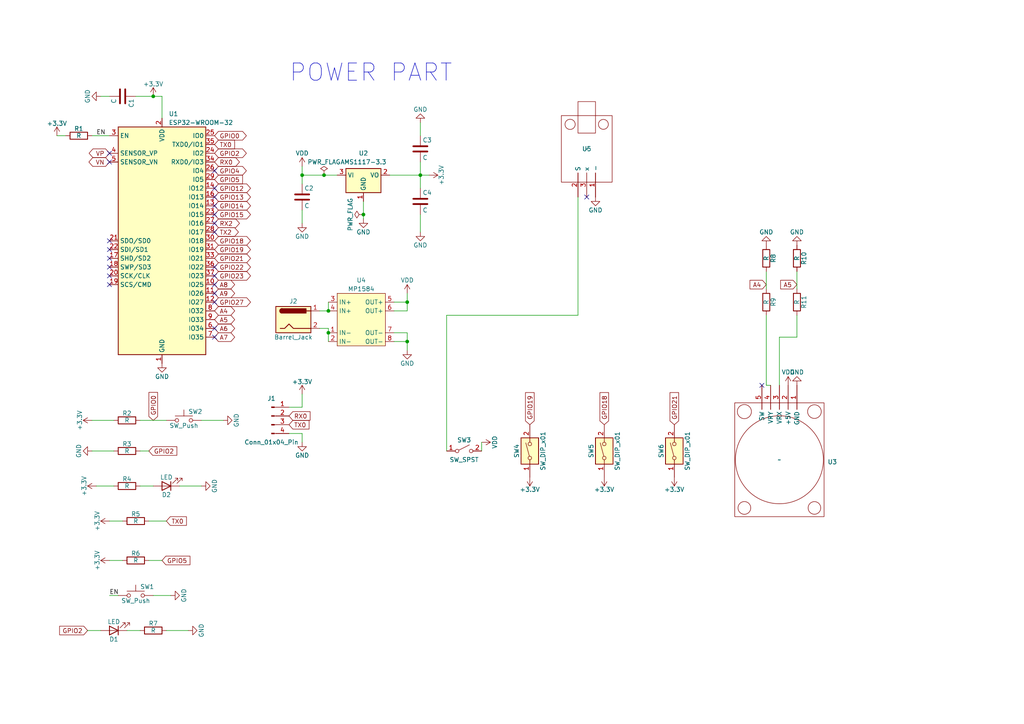
<source format=kicad_sch>
(kicad_sch (version 20230121) (generator eeschema)
  (paper "A4")
  (lib_symbols
    (symbol "Connector:Barrel_Jack" (pin_names (offset 1.016))
      (property "Reference" "J" (at 0 5.334 0))
      (property "Value" "Barrel_Jack" (at 0 -5.08 0))
      (symbol "Barrel_Jack_0_1"
        (rectangle (start -5.08 3.81) (end 5.08 -3.81) (stroke (width 0.254)) (fill (type background)))
        (arc (start -3.302 3.175) (mid -3.9343 2.54) (end -3.302 1.905) (stroke (width 0.254)))
        (arc (start -3.302 3.175) (mid -3.9343 2.54) (end -3.302 1.905) (stroke (width 0.254)) (fill (type outline)))
        (polyline (pts (xy 5.08 2.54) (xy 3.81 2.54)) (stroke (width 0.254)))
        (polyline (pts (xy -3.81 -2.54) (xy -2.54 -2.54) (xy -1.27 -1.27) (xy 0 -2.54) (xy 2.54 -2.54) (xy 5.08 -2.54)) (stroke (width 0.254)))
        (rectangle (start 3.683 3.175) (end -3.302 1.905) (stroke (width 0.254)) (fill (type outline)))
      )
      (symbol "Barrel_Jack_1_1"
        (pin passive line (at 7.62 2.54 180) (length 2.54) (name "~") (number "1"))
        (pin passive line (at 7.62 -2.54 180) (length 2.54) (name "~") (number "2"))
      )
    )
    (symbol "Connector:Conn_01x04_Pin" (pin_names (offset 1.016) hide)
      (property "Reference" "J" (at 0 5.08 0))
      (property "Value" "Conn_01x04_Pin" (at 0 -7.62 0))
      (symbol "Conn_01x04_Pin_1_1"
        (polyline (pts (xy 1.27 -5.08) (xy 0.8636 -5.08)) (stroke (width 0.1524)))
        (polyline (pts (xy 1.27 -2.54) (xy 0.8636 -2.54)) (stroke (width 0.1524)))
        (polyline (pts (xy 1.27 0) (xy 0.8636 0)) (stroke (width 0.1524)))
        (polyline (pts (xy 1.27 2.54) (xy 0.8636 2.54)) (stroke (width 0.1524)))
        (rectangle (start 0.8636 -4.953) (end 0 -5.207) (stroke (width 0.1524)) (fill (type outline)))
        (rectangle (start 0.8636 -2.413) (end 0 -2.667) (stroke (width 0.1524)) (fill (type outline)))
        (rectangle (start 0.8636 0.127) (end 0 -0.127) (stroke (width 0.1524)) (fill (type outline)))
        (rectangle (start 0.8636 2.667) (end 0 2.413) (stroke (width 0.1524)) (fill (type outline)))
        (pin passive line (at 5.08 2.54 180) (length 3.81) (name "Pin_1") (number "1"))
        (pin passive line (at 5.08 0 180) (length 3.81) (name "Pin_2") (number "2"))
        (pin passive line (at 5.08 -2.54 180) (length 3.81) (name "Pin_3") (number "3"))
        (pin passive line (at 5.08 -5.08 180) (length 3.81) (name "Pin_4") (number "4"))
      )
    )
    (symbol "Device:C" (pin_numbers hide) (pin_names (offset 0.254))
      (property "Reference" "C" (at 0.635 2.54 0))
      (property "Value" "C" (at 0.635 -2.54 0))
      (symbol "C_0_1"
        (polyline (pts (xy -2.032 -0.762) (xy 2.032 -0.762)) (stroke (width 0.508)))
        (polyline (pts (xy -2.032 0.762) (xy 2.032 0.762)) (stroke (width 0.508)))
      )
      (symbol "C_1_1"
        (pin passive line (at 0 3.81 270) (length 2.794) (name "~") (number "1"))
        (pin passive line (at 0 -3.81 90) (length 2.794) (name "~") (number "2"))
      )
    )
    (symbol "Device:LED" (pin_numbers hide) (pin_names (offset 1.016) hide)
      (property "Reference" "D" (at 0 2.54 0))
      (property "Value" "LED" (at 0 -2.54 0))
      (symbol "LED_0_1"
        (polyline (pts (xy -1.27 -1.27) (xy -1.27 1.27)) (stroke (width 0.254)))
        (polyline (pts (xy -1.27 0) (xy 1.27 0)))
        (polyline (pts (xy 1.27 -1.27) (xy 1.27 1.27) (xy -1.27 0) (xy 1.27 -1.27)) (stroke (width 0.254)))
        (polyline (pts (xy -3.048 -0.762) (xy -4.572 -2.286) (xy -3.81 -2.286) (xy -4.572 -2.286) (xy -4.572 -1.524)))
        (polyline (pts (xy -1.778 -0.762) (xy -3.302 -2.286) (xy -2.54 -2.286) (xy -3.302 -2.286) (xy -3.302 -1.524)))
      )
      (symbol "LED_1_1"
        (pin passive line (at -3.81 0 0) (length 2.54) (name "K") (number "1"))
        (pin passive line (at 3.81 0 180) (length 2.54) (name "A") (number "2"))
      )
    )
    (symbol "Device:R" (pin_numbers hide) (pin_names (offset 0))
      (property "Reference" "R" (at 2.032 0 90))
      (property "Value" "R" (at 0 0 90))
      (symbol "R_0_1"
        (rectangle (start -1.016 -2.54) (end 1.016 2.54) (stroke (width 0.254)))
      )
      (symbol "R_1_1"
        (pin passive line (at 0 3.81 270) (length 1.27) (name "~") (number "1"))
        (pin passive line (at 0 -3.81 90) (length 1.27) (name "~") (number "2"))
      )
    )
    (symbol "Lib:MP1584"
      (property "Reference" "U" (at 0 2.54 0))
      (property "Value" "MP1584" (at 2.54 5.08 0))
      (symbol "MP1584_1_1"
        (rectangle (start -3.81 1.27) (end 10.16 -13.97) (fill (type background)))
        (pin input line (at -6.35 -10.16 0) (length 2.54) (name "IN-") (number "1"))
        (pin input line (at -6.35 -12.7 0) (length 2.54) (name "IN-") (number "2"))
        (pin input line (at -6.35 -1.27 0) (length 2.54) (name "IN+") (number "3"))
        (pin input line (at -6.35 -3.81 0) (length 2.54) (name "IN+") (number "4"))
        (pin input line (at 12.7 -1.27 180) (length 2.54) (name "OUT+") (number "5"))
        (pin input line (at 12.7 -3.81 180) (length 2.54) (name "OUT+") (number "6"))
        (pin input line (at 12.7 -10.16 180) (length 2.54) (name "OUT-") (number "7"))
        (pin input line (at 12.7 -12.7 180) (length 2.54) (name "OUT-") (number "8"))
      )
    )
    (symbol "RF_Module:ESP32-WROOM-32"
      (property "Reference" "U" (at -12.7 34.29 0))
      (property "Value" "ESP32-WROOM-32" (at 1.27 34.29 0))
      (symbol "ESP32-WROOM-32_0_1"
        (rectangle (start -12.7 33.02) (end 12.7 -33.02) (stroke (width 0.254)) (fill (type background)))
      )
      (symbol "ESP32-WROOM-32_1_1"
        (pin power_in line (at 0 -35.56 90) (length 2.54) (name "GND") (number "1"))
        (pin bidirectional line (at 15.24 -12.7 180) (length 2.54) (name "IO25") (number "10"))
        (pin bidirectional line (at 15.24 -15.24 180) (length 2.54) (name "IO26") (number "11"))
        (pin bidirectional line (at 15.24 -17.78 180) (length 2.54) (name "IO27") (number "12"))
        (pin bidirectional line (at 15.24 10.16 180) (length 2.54) (name "IO14") (number "13"))
        (pin bidirectional line (at 15.24 15.24 180) (length 2.54) (name "IO12") (number "14"))
        (pin passive line (at 0 -35.56 90) (length 2.54) hide (name "GND") (number "15"))
        (pin bidirectional line (at 15.24 12.7 180) (length 2.54) (name "IO13") (number "16"))
        (pin bidirectional line (at -15.24 -5.08 0) (length 2.54) (name "SHD/SD2") (number "17"))
        (pin bidirectional line (at -15.24 -7.62 0) (length 2.54) (name "SWP/SD3") (number "18"))
        (pin bidirectional line (at -15.24 -12.7 0) (length 2.54) (name "SCS/CMD") (number "19"))
        (pin power_in line (at 0 35.56 270) (length 2.54) (name "VDD") (number "2"))
        (pin bidirectional line (at -15.24 -10.16 0) (length 2.54) (name "SCK/CLK") (number "20"))
        (pin bidirectional line (at -15.24 0 0) (length 2.54) (name "SDO/SD0") (number "21"))
        (pin bidirectional line (at -15.24 -2.54 0) (length 2.54) (name "SDI/SD1") (number "22"))
        (pin bidirectional line (at 15.24 7.62 180) (length 2.54) (name "IO15") (number "23"))
        (pin bidirectional line (at 15.24 25.4 180) (length 2.54) (name "IO2") (number "24"))
        (pin bidirectional line (at 15.24 30.48 180) (length 2.54) (name "IO0") (number "25"))
        (pin bidirectional line (at 15.24 20.32 180) (length 2.54) (name "IO4") (number "26"))
        (pin bidirectional line (at 15.24 5.08 180) (length 2.54) (name "IO16") (number "27"))
        (pin bidirectional line (at 15.24 2.54 180) (length 2.54) (name "IO17") (number "28"))
        (pin bidirectional line (at 15.24 17.78 180) (length 2.54) (name "IO5") (number "29"))
        (pin input line (at -15.24 30.48 0) (length 2.54) (name "EN") (number "3"))
        (pin bidirectional line (at 15.24 0 180) (length 2.54) (name "IO18") (number "30"))
        (pin bidirectional line (at 15.24 -2.54 180) (length 2.54) (name "IO19") (number "31"))
        (pin no_connect line (at -12.7 -27.94 0) (length 2.54) hide (name "NC") (number "32"))
        (pin bidirectional line (at 15.24 -5.08 180) (length 2.54) (name "IO21") (number "33"))
        (pin bidirectional line (at 15.24 22.86 180) (length 2.54) (name "RXD0/IO3") (number "34"))
        (pin bidirectional line (at 15.24 27.94 180) (length 2.54) (name "TXD0/IO1") (number "35"))
        (pin bidirectional line (at 15.24 -7.62 180) (length 2.54) (name "IO22") (number "36"))
        (pin bidirectional line (at 15.24 -10.16 180) (length 2.54) (name "IO23") (number "37"))
        (pin passive line (at 0 -35.56 90) (length 2.54) hide (name "GND") (number "38"))
        (pin passive line (at 0 -35.56 90) (length 2.54) hide (name "GND") (number "39"))
        (pin input line (at -15.24 25.4 0) (length 2.54) (name "SENSOR_VP") (number "4"))
        (pin input line (at -15.24 22.86 0) (length 2.54) (name "SENSOR_VN") (number "5"))
        (pin input line (at 15.24 -25.4 180) (length 2.54) (name "IO34") (number "6"))
        (pin input line (at 15.24 -27.94 180) (length 2.54) (name "IO35") (number "7"))
        (pin bidirectional line (at 15.24 -20.32 180) (length 2.54) (name "IO32") (number "8"))
        (pin bidirectional line (at 15.24 -22.86 180) (length 2.54) (name "IO33") (number "9"))
      )
    )
    (symbol "Regulator_Linear:AMS1117-3.3"
      (property "Reference" "U" (at -3.81 3.175 0))
      (property "Value" "AMS1117-3.3" (at 0 3.175 0))
      (symbol "AMS1117-3.3_0_1"
        (rectangle (start -5.08 -5.08) (end 5.08 1.905) (stroke (width 0.254)) (fill (type background)))
      )
      (symbol "AMS1117-3.3_1_1"
        (pin power_in line (at 0 -7.62 90) (length 2.54) (name "GND") (number "1"))
        (pin power_out line (at 7.62 0 180) (length 2.54) (name "VO") (number "2"))
        (pin power_in line (at -7.62 0 0) (length 2.54) (name "VI") (number "3"))
      )
    )
    (symbol "Switch:SW_DIP_x01" (pin_names (offset 0) hide)
      (property "Reference" "SW" (at 0 3.81 0))
      (property "Value" "SW_DIP_x01" (at 0 -3.81 0))
      (symbol "SW_DIP_x01_0_0"
        (circle (center -2.032 0) (radius 0.508))
        (polyline (pts (xy -1.524 0.127) (xy 2.3622 1.1684)))
        (circle (center 2.032 0) (radius 0.508))
      )
      (symbol "SW_DIP_x01_0_1"
        (rectangle (start -3.81 2.54) (end 3.81 -2.54) (stroke (width 0.254)) (fill (type background)))
      )
      (symbol "SW_DIP_x01_1_1"
        (pin passive line (at -7.62 0 0) (length 5.08) (name "~") (number "1"))
        (pin passive line (at 7.62 0 180) (length 5.08) (name "~") (number "2"))
      )
    )
    (symbol "Switch:SW_Push" (pin_numbers hide) (pin_names (offset 1.016) hide)
      (property "Reference" "SW" (at 1.27 2.54 0))
      (property "Value" "SW_Push" (at 0 -1.524 0))
      (symbol "SW_Push_0_1"
        (circle (center -2.032 0) (radius 0.508))
        (polyline (pts (xy 0 1.27) (xy 0 3.048)))
        (polyline (pts (xy 2.54 1.27) (xy -2.54 1.27)))
        (circle (center 2.032 0) (radius 0.508))
        (pin passive line (at -5.08 0 0) (length 2.54) (name "1") (number "1"))
        (pin passive line (at 5.08 0 180) (length 2.54) (name "2") (number "2"))
      )
    )
    (symbol "Switch:SW_SPST" (pin_names (offset 0) hide)
      (property "Reference" "SW" (at 0 3.175 0))
      (property "Value" "SW_SPST" (at 0 -2.54 0))
      (symbol "SW_SPST_0_0"
        (circle (center -2.032 0) (radius 0.508))
        (polyline (pts (xy -1.524 0.254) (xy 1.524 1.778)))
        (circle (center 2.032 0) (radius 0.508))
      )
      (symbol "SW_SPST_1_1"
        (pin passive line (at -5.08 0 0) (length 2.54) (name "A") (number "1"))
        (pin passive line (at 5.08 0 180) (length 2.54) (name "B") (number "2"))
      )
    )
    (symbol "power:+3.3V" (power) (pin_names (offset 0))
      (property "Value" "+3.3V" (at 0 3.556 0))
      (symbol "+3.3V_0_1"
        (polyline (pts (xy -0.762 1.27) (xy 0 2.54)))
        (polyline (pts (xy 0 0) (xy 0 2.54)))
        (polyline (pts (xy 0 2.54) (xy 0.762 1.27)))
      )
      (symbol "+3.3V_1_1"
        (pin power_in line (at 0 0 90) (length 0) hide (name "+3.3V") (number "1"))
      )
    )
    (symbol "power:GND" (power) (pin_names (offset 0))
      (property "Value" "GND" (at 0 -3.81 0))
      (symbol "GND_0_1"
        (polyline (pts (xy 0 0) (xy 0 -1.27) (xy 1.27 -1.27) (xy 0 -2.54) (xy -1.27 -1.27) (xy 0 -1.27)))
      )
      (symbol "GND_1_1"
        (pin power_in line (at 0 0 270) (length 0) hide (name "GND") (number "1"))
      )
    )
    (symbol "power:PWR_FLAG" (power) (pin_numbers hide) (pin_names (offset 0) hide)
      (property "Value" "PWR_FLAG" (at 0 3.81 0))
      (symbol "PWR_FLAG_0_0"
        (pin power_out line (at 0 0 90) (length 0) (name "pwr") (number "1"))
      )
      (symbol "PWR_FLAG_0_1"
        (polyline (pts (xy 0 0) (xy 0 1.27) (xy -1.016 1.905) (xy 0 2.54) (xy 1.016 1.905) (xy 0 1.27)))
      )
    )
    (symbol "power:VDD" (power) (pin_names (offset 0))
      (property "Value" "VDD" (at 0 3.81 0))
      (symbol "VDD_0_1"
        (polyline (pts (xy -0.762 1.27) (xy 0 2.54)))
        (polyline (pts (xy 0 0) (xy 0 2.54)))
        (polyline (pts (xy 0 2.54) (xy 0.762 1.27)))
      )
      (symbol "VDD_1_1"
        (pin power_in line (at 0 0 90) (length 0) hide (name "VDD") (number "1"))
      )
    )
    (symbol "symbolen_laserdinges:Laser"
      (property "Reference" "U" (at 0 0 0))
      (symbol "Laser_0_1"
        (rectangle (start -7.366 9.652) (end 7.366 -9.652))
        (circle (center -4.826 7.112) (radius 1.4811))
        (rectangle (start -2.54 13.716) (end 2.54 4.572))
        (circle (center 4.826 7.112) (radius 1.4368))
      )
      (symbol "Laser_1_1"
        (pin power_in line (at 2.54 -13.97 90) (length 7) (name "-") (number "1"))
        (pin input line (at -2.54 -13.97 90) (length 7) (name "S") (number "2"))
        (pin input line (at 0 -13.97 90) (length 7) (name "x") (number "3"))
      )
    )
    (symbol "symbolen_laserdinges:joystick"
      (property "Reference" "U" (at 0 0 0))
      (symbol "joystick_0_1"
        (rectangle (start -12.954 16.51) (end 12.954 -16.51))
        (circle (center -10.16 -13.97) (radius 1.9838))
        (circle (center -10.16 13.97) (radius 1.8316))
        (circle (center 0 0) (radius 12.7558))
        (circle (center 10.16 -13.97) (radius 2.0478))
        (circle (center 10.16 13.97) (radius 1.8491))
      )
      (symbol "joystick_1_1"
        (pin power_in line (at -5.08 -21.59 90) (length 7) (name "GND") (number "1"))
        (pin power_in line (at -2.54 -21.59 90) (length 7) (name "+5V") (number "2"))
        (pin output line (at 0 -21.59 90) (length 7) (name "VRX") (number "3"))
        (pin output line (at 2.54 -21.59 90) (length 7) (name "VRY") (number "4"))
        (pin output line (at 5.08 -21.59 90) (length 7) (name "SW") (number "5"))
      )
    )
  )
  (junction (at 118.11 87.63))
  (junction (at 44.45 27.94))
  (junction (at 93.98 50.8))
  (junction (at 105.41 62.23))
  (junction (at 95.25 96.52))
  (junction (at 87.63 50.8))
  (junction (at 121.92 50.8))
  (junction (at 95.25 90.17))
  (junction (at 118.11 99.06))
  (no_connect (at 220.98 111.76))
  (no_connect (at 31.75 72.39))
  (no_connect (at 62.23 49.53))
  (no_connect (at 62.23 64.77))
  (no_connect (at 62.23 67.31))
  (no_connect (at 62.23 62.23))
  (no_connect (at 62.23 87.63))
  (no_connect (at 31.75 77.47))
  (no_connect (at 170.18 57.15))
  (no_connect (at 31.75 80.01))
  (no_connect (at 62.23 54.61))
  (no_connect (at 62.23 57.15))
  (no_connect (at 62.23 80.01))
  (no_connect (at 31.75 74.93))
  (no_connect (at 31.75 46.99))
  (no_connect (at 62.23 85.09))
  (no_connect (at 62.23 77.47))
  (no_connect (at 31.75 82.55))
  (no_connect (at 62.23 59.69))
  (no_connect (at 31.75 69.85))
  (no_connect (at 62.23 82.55))
  (no_connect (at 62.23 95.25))
  (no_connect (at 62.23 97.79))
  (no_connect (at 31.75 44.45))
  (wire (pts (xy 105.41 62.23) (xy 105.41 63.5)))
  (wire (pts (xy 114.3 90.17) (xy 118.11 90.17)))
  (wire (pts (xy 226.06 97.79) (xy 226.06 111.76)))
  (wire (pts (xy 114.3 87.63) (xy 118.11 87.63)))
  (wire (pts (xy 87.63 60.96) (xy 87.63 64.77)))
  (wire (pts (xy 87.63 114.3) (xy 87.63 118.11)))
  (wire (pts (xy 118.11 87.63) (xy 118.11 85.09)))
  (wire (pts (xy 121.92 50.8) (xy 121.92 54.61)))
  (wire (pts (xy 44.45 172.72) (xy 49.53 172.72)))
  (wire (pts (xy 87.63 48.26) (xy 87.63 50.8)))
  (wire (pts (xy 40.64 130.81) (xy 43.18 130.81)))
  (wire (pts (xy 40.64 121.92) (xy 48.26 121.92)))
  (wire (pts (xy 36.83 182.88) (xy 40.64 182.88)))
  (wire (pts (xy 43.18 162.56) (xy 46.99 162.56)))
  (wire (pts (xy 26.67 130.81) (xy 33.02 130.81)))
  (wire (pts (xy 87.63 118.11) (xy 83.82 118.11)))
  (wire (pts (xy 121.92 62.23) (xy 121.92 67.31)))
  (wire (pts (xy 222.25 78.74) (xy 222.25 83.82)))
  (wire (pts (xy 26.67 39.37) (xy 31.75 39.37)))
  (wire (pts (xy 87.63 50.8) (xy 87.63 53.34)))
  (wire (pts (xy 87.63 125.73) (xy 83.82 125.73)))
  (wire (pts (xy 222.25 91.44) (xy 222.25 111.76)))
  (wire (pts (xy 139.7 128.27) (xy 139.7 130.81)))
  (wire (pts (xy 121.92 46.99) (xy 121.92 50.8)))
  (wire (pts (xy 44.45 27.94) (xy 39.37 27.94)))
  (wire (pts (xy 46.99 27.94) (xy 46.99 34.29)))
  (wire (pts (xy 52.07 140.97) (xy 58.42 140.97)))
  (wire (pts (xy 95.25 96.52) (xy 95.25 99.06)))
  (wire (pts (xy 129.54 91.44) (xy 167.64 91.44)))
  (wire (pts (xy 113.03 50.8) (xy 121.92 50.8)))
  (wire (pts (xy 231.14 78.74) (xy 231.14 83.82)))
  (wire (pts (xy 31.75 162.56) (xy 35.56 162.56)))
  (wire (pts (xy 118.11 99.06) (xy 118.11 96.52)))
  (wire (pts (xy 129.54 130.81) (xy 129.54 91.44)))
  (wire (pts (xy 93.98 50.8) (xy 97.79 50.8)))
  (wire (pts (xy 121.92 35.56) (xy 121.92 39.37)))
  (wire (pts (xy 43.18 151.13) (xy 48.26 151.13)))
  (wire (pts (xy 87.63 50.8) (xy 93.98 50.8)))
  (wire (pts (xy 16.51 39.37) (xy 19.05 39.37)))
  (wire (pts (xy 95.25 95.25) (xy 95.25 96.52)))
  (wire (pts (xy 222.25 111.76) (xy 223.52 111.76)))
  (wire (pts (xy 118.11 101.6) (xy 118.11 99.06)))
  (wire (pts (xy 40.64 140.97) (xy 44.45 140.97)))
  (wire (pts (xy 118.11 90.17) (xy 118.11 87.63)))
  (wire (pts (xy 46.99 27.94) (xy 44.45 27.94)))
  (wire (pts (xy 92.71 90.17) (xy 95.25 90.17)))
  (wire (pts (xy 231.14 91.44) (xy 231.14 97.79)))
  (wire (pts (xy 27.94 140.97) (xy 33.02 140.97)))
  (wire (pts (xy 58.42 121.92) (xy 64.77 121.92)))
  (wire (pts (xy 121.92 50.8) (xy 124.46 50.8)))
  (wire (pts (xy 118.11 96.52) (xy 114.3 96.52)))
  (wire (pts (xy 48.26 182.88) (xy 54.61 182.88)))
  (wire (pts (xy 105.41 58.42) (xy 105.41 62.23)))
  (wire (pts (xy 167.64 91.44) (xy 167.64 57.15)))
  (wire (pts (xy 92.71 95.25) (xy 95.25 95.25)))
  (wire (pts (xy 31.75 172.72) (xy 34.29 172.72)))
  (wire (pts (xy 25.4 182.88) (xy 29.21 182.88)))
  (wire (pts (xy 231.14 97.79) (xy 226.06 97.79)))
  (wire (pts (xy 31.75 151.13) (xy 35.56 151.13)))
  (wire (pts (xy 114.3 99.06) (xy 118.11 99.06)))
  (wire (pts (xy 29.21 27.94) (xy 31.75 27.94)))
  (wire (pts (xy 87.63 128.27) (xy 87.63 125.73)))
  (wire (pts (xy 26.67 121.92) (xy 33.02 121.92)))
  (wire (pts (xy 95.25 90.17) (xy 95.25 87.63)))
  (text "POWER PART" (at 83.82 24.13 0) (effects (font (size 5 5)) (justify left bottom)))
  (label "EN" (at 27.94 39.37 0))
  (label "EN" (at 31.75 172.72 0))
  (global_label "TX0" (shape input) (at 62.23 41.91 0) (property "Intersheetrefs" "${INTERSHEET_REFS}" (effects hide)))
  (global_label "GPIO0" (shape bidirectional) (at 62.23 39.37 0) (property "Intersheetrefs" "${INTERSHEET_REFS}" (effects hide)))
  (global_label "RX2" (shape bidirectional) (at 62.23 64.77 0) (property "Intersheetrefs" "${INTERSHEET_REFS}" (effects hide)))
  (global_label "GPIO5" (shape input) (at 62.23 52.07 0) (property "Intersheetrefs" "${INTERSHEET_REFS}" (effects hide)))
  (global_label "GPIO21" (shape bidirectional) (at 62.23 74.93 0) (property "Intersheetrefs" "${INTERSHEET_REFS}" (effects hide)))
  (global_label "A7" (shape bidirectional) (at 62.23 97.79 0) (property "Intersheetrefs" "${INTERSHEET_REFS}" (effects hide)))
  (global_label "GPIO13" (shape bidirectional) (at 62.23 57.15 0) (property "Intersheetrefs" "${INTERSHEET_REFS}" (effects hide)))
  (global_label "A4" (shape bidirectional) (at 62.23 90.17 0) (property "Intersheetrefs" "${INTERSHEET_REFS}" (effects hide)))
  (global_label "GPIO14" (shape bidirectional) (at 62.23 59.69 0) (property "Intersheetrefs" "${INTERSHEET_REFS}" (effects hide)))
  (global_label "GPIO18" (shape bidirectional) (at 62.23 69.85 0) (property "Intersheetrefs" "${INTERSHEET_REFS}" (effects hide)))
  (global_label "TX0" (shape input) (at 48.26 151.13 0) (property "Intersheetrefs" "${INTERSHEET_REFS}" (effects hide)))
  (global_label "A5" (shape bidirectional) (at 62.23 92.71 0) (property "Intersheetrefs" "${INTERSHEET_REFS}" (effects hide)))
  (global_label "GPIO21" (shape input) (at 195.58 123.19 90) (property "Intersheetrefs" "${INTERSHEET_REFS}" (effects hide)))
  (global_label "RX0" (shape bidirectional) (at 62.23 46.99 0) (property "Intersheetrefs" "${INTERSHEET_REFS}" (effects hide)))
  (global_label "A5" (shape input) (at 231.14 82.55 180) (property "Intersheetrefs" "${INTERSHEET_REFS}" (effects hide)))
  (global_label "GPIO0" (shape input) (at 44.45 121.92 90) (property "Intersheetrefs" "${INTERSHEET_REFS}" (effects hide)))
  (global_label "GPIO2" (shape input) (at 43.18 130.81 0) (property "Intersheetrefs" "${INTERSHEET_REFS}" (effects hide)))
  (global_label "GPIO19" (shape bidirectional) (at 62.23 72.39 0) (property "Intersheetrefs" "${INTERSHEET_REFS}" (effects hide)))
  (global_label "GPIO5" (shape input) (at 46.99 162.56 0) (property "Intersheetrefs" "${INTERSHEET_REFS}" (effects hide)))
  (global_label "A6" (shape bidirectional) (at 62.23 95.25 0) (property "Intersheetrefs" "${INTERSHEET_REFS}" (effects hide)))
  (global_label "GPIO15" (shape bidirectional) (at 62.23 62.23 0) (property "Intersheetrefs" "${INTERSHEET_REFS}" (effects hide)))
  (global_label "VP" (shape bidirectional) (at 31.75 44.45 180) (property "Intersheetrefs" "${INTERSHEET_REFS}" (effects hide)))
  (global_label "GPIO19" (shape input) (at 153.67 123.19 90) (property "Intersheetrefs" "${INTERSHEET_REFS}" (effects hide)))
  (global_label "VN" (shape bidirectional) (at 31.75 46.99 180) (property "Intersheetrefs" "${INTERSHEET_REFS}" (effects hide)))
  (global_label "A4" (shape input) (at 222.25 82.55 180) (property "Intersheetrefs" "${INTERSHEET_REFS}" (effects hide)))
  (global_label "GPIO2" (shape bidirectional) (at 62.23 44.45 0) (property "Intersheetrefs" "${INTERSHEET_REFS}" (effects hide)))
  (global_label "A9" (shape bidirectional) (at 62.23 85.09 0) (property "Intersheetrefs" "${INTERSHEET_REFS}" (effects hide)))
  (global_label "GPIO18" (shape input) (at 175.26 123.19 90) (property "Intersheetrefs" "${INTERSHEET_REFS}" (effects hide)))
  (global_label "TX2" (shape bidirectional) (at 62.23 67.31 0) (property "Intersheetrefs" "${INTERSHEET_REFS}" (effects hide)))
  (global_label "GPIO2" (shape input) (at 25.4 182.88 180) (property "Intersheetrefs" "${INTERSHEET_REFS}" (effects hide)))
  (global_label "TX0" (shape input) (at 83.82 123.19 0) (property "Intersheetrefs" "${INTERSHEET_REFS}" (effects hide)))
  (global_label "RX0" (shape input) (at 83.82 120.65 0) (property "Intersheetrefs" "${INTERSHEET_REFS}" (effects hide)))
  (global_label "GPIO22" (shape bidirectional) (at 62.23 77.47 0) (property "Intersheetrefs" "${INTERSHEET_REFS}" (effects hide)))
  (global_label "GPIO4" (shape bidirectional) (at 62.23 49.53 0) (property "Intersheetrefs" "${INTERSHEET_REFS}" (effects hide)))
  (global_label "A8" (shape bidirectional) (at 62.23 82.55 0) (property "Intersheetrefs" "${INTERSHEET_REFS}" (effects hide)))
  (global_label "GPIO27" (shape bidirectional) (at 62.23 87.63 0) (property "Intersheetrefs" "${INTERSHEET_REFS}" (effects hide)))
  (global_label "GPIO12" (shape bidirectional) (at 62.23 54.61 0) (property "Intersheetrefs" "${INTERSHEET_REFS}" (effects hide)))
  (global_label "GPIO23" (shape bidirectional) (at 62.23 80.01 0) (property "Intersheetrefs" "${INTERSHEET_REFS}" (effects hide)))
  (symbol (lib_id "Regulator_Linear:AMS1117-3.3") (at 105.41 50.8 0) (unit 1)
    (property "Reference" "U2" (at 105.41 44.45 0))
    (property "Value" "AMS1117-3.3" (at 105.41 46.99 0))
    (property "Footprint" "Package_TO_SOT_SMD:SOT-223-3_TabPin2" (effects hide))
    (property "Datasheet" "http://www.advanced-monolithic.com/pdf/ds1117.pdf" (effects hide))
  )
  (symbol (lib_id "power:GND") (at 222.25 71.12 180) (unit 1)
    (property "Reference" "#PWR0123" (effects hide))
    (property "Value" "GND" (at 222.25 67.31 0))
  )
  (symbol (lib_id "Device:C") (at 121.92 58.42 0) (unit 1)
    (property "Reference" "C4" (at 122.555 55.88 0) (effects (justify left)))
    (property "Value" "C" (at 122.555 60.96 0) (effects (justify left)))
    (property "Footprint" "Capacitor_SMD:C_0805_2012Metric_Pad1.18x1.45mm_HandSolder" (effects hide))
  )
  (symbol (lib_id "power:GND") (at 105.41 63.5 0) (unit 1)
    (property "Reference" "#PWR0126" (effects hide))
    (property "Value" "GND" (at 105.41 67.31 0))
  )
  (symbol (lib_id "power:+3.3V") (at 16.51 39.37 0) (unit 1)
    (property "Reference" "#PWR0112" (effects hide))
    (property "Value" "+3.3V" (at 16.51 35.814 0))
  )
  (symbol (lib_id "Device:R") (at 36.83 121.92 90) (unit 1)
    (property "Reference" "R2" (at 36.83 119.888 90))
    (property "Value" "R" (at 36.83 121.92 90))
    (property "Footprint" "Resistor_SMD:R_0805_2012Metric_Pad1.20x1.40mm_HandSolder" (effects hide))
  )
  (symbol (lib_id "power:+3.3V") (at 44.45 27.94 0) (unit 1)
    (property "Reference" "#PWR0113" (effects hide))
    (property "Value" "+3.3V" (at 44.45 24.384 0))
  )
  (symbol (lib_id "power:+3.3V") (at 31.75 151.13 90) (unit 1)
    (property "Reference" "#PWR0107" (effects hide))
    (property "Value" "+3.3V" (at 28.194 151.13 0))
  )
  (symbol (lib_id "Device:R") (at 231.14 87.63 0) (unit 1)
    (property "Reference" "R11" (at 233.172 87.63 90))
    (property "Value" "R" (at 231.14 87.63 90))
    (property "Footprint" "Resistor_SMD:R_0805_2012Metric_Pad1.20x1.40mm_HandSolder" (effects hide))
  )
  (symbol (lib_id "power:+3.3V") (at 26.67 121.92 90) (unit 1)
    (property "Reference" "#PWR0104" (effects hide))
    (property "Value" "+3.3V" (at 23.114 121.92 0))
  )
  (symbol (lib_id "power:GND") (at 231.14 111.76 180) (unit 1)
    (property "Reference" "#PWR0121" (effects hide))
    (property "Value" "GND" (at 231.14 107.95 0))
  )
  (symbol (lib_id "power:GND") (at 58.42 140.97 90) (unit 1)
    (property "Reference" "#PWR0106" (effects hide))
    (property "Value" "GND" (at 62.23 140.97 0))
  )
  (symbol (lib_id "Lib:MP1584") (at 101.6 86.36 0) (unit 1)
    (property "Reference" "U4" (at 104.775 81.28 0))
    (property "Value" "MP1584" (at 104.775 83.82 0))
    (property "Footprint" "footprints_laserdinges:U1584" (effects hide))
  )
  (symbol (lib_id "Device:LED") (at 33.02 182.88 180) (unit 1)
    (property "Reference" "D1" (at 33.02 185.42 0))
    (property "Value" "LED" (at 33.02 180.34 0))
    (property "Footprint" "LED_SMD:LED_0805_2012Metric_Pad1.15x1.40mm_HandSolder" (effects hide))
  )
  (symbol (lib_id "symbolen_laserdinges:Laser") (at 170.18 43.18 0) (unit 1)
    (property "Reference" "U5" (at 170.18 43.18 0))
    (property "Value" "~" (at 170.18 43.18 0))
    (property "Footprint" "Connector_PinHeader_2.00mm:PinHeader_1x02_P2.00mm_Vertical" (effects hide))
  )
  (symbol (lib_id "power:GND") (at 29.21 27.94 270) (unit 1)
    (property "Reference" "#PWR0114" (effects hide))
    (property "Value" "GND" (at 25.4 27.94 0))
  )
  (symbol (lib_id "Connector:Barrel_Jack") (at 85.09 92.71 0) (unit 1)
    (property "Reference" "J2" (at 85.09 87.376 0))
    (property "Value" "Barrel_Jack" (at 85.09 97.79 0))
    (property "Footprint" "Connector_BarrelJack:BarrelJack_GCT_DCJ200-10-A_Horizontal" (effects hide))
  )
  (symbol (lib_id "power:GND") (at 26.67 130.81 270) (unit 1)
    (property "Reference" "#PWR0105" (effects hide))
    (property "Value" "GND" (at 22.86 130.81 0))
  )
  (symbol (lib_id "power:PWR_FLAG") (at 93.98 50.8 0) (unit 1)
    (property "Reference" "#FLG0102" (effects hide))
    (property "Value" "PWR_FLAG" (at 93.98 46.99 0))
  )
  (symbol (lib_id "RF_Module:ESP32-WROOM-32") (at 46.99 69.85 0) (unit 1)
    (property "Reference" "U1" (at 48.9459 33.02 0) (effects (justify left)))
    (property "Value" "ESP32-WROOM-32" (at 48.9459 35.56 0) (effects (justify left)))
    (property "Footprint" "RF_Module:ESP32-WROOM-32" (effects hide))
    (property "Datasheet" "https://www.espressif.com/sites/default/files/documentation/esp32-wroom-32_datasheet_en.pdf" (effects hide))
  )
  (symbol (lib_id "Device:R") (at 44.45 182.88 90) (unit 1)
    (property "Reference" "R7" (at 44.45 180.848 90))
    (property "Value" "R" (at 44.45 182.88 90))
    (property "Footprint" "Resistor_SMD:R_0805_2012Metric_Pad1.20x1.40mm_HandSolder" (effects hide))
  )
  (symbol (lib_id "Device:R") (at 22.86 39.37 90) (unit 1)
    (property "Reference" "R1" (at 22.86 37.338 90))
    (property "Value" "R" (at 22.86 39.37 90))
    (property "Footprint" "Resistor_SMD:R_0805_2012Metric_Pad1.20x1.40mm_HandSolder" (effects hide))
  )
  (symbol (lib_id "power:GND") (at 121.92 67.31 0) (unit 1)
    (property "Reference" "#PWR0124" (effects hide))
    (property "Value" "GND" (at 121.92 71.12 0))
  )
  (symbol (lib_id "power:GND") (at 64.77 121.92 90) (unit 1)
    (property "Reference" "#PWR0109" (effects hide))
    (property "Value" "GND" (at 68.58 121.92 0))
  )
  (symbol (lib_id "power:GND") (at 46.99 105.41 0) (unit 1)
    (property "Reference" "#PWR0132" (effects hide))
    (property "Value" "GND" (at 46.99 109.22 0))
  )
  (symbol (lib_id "power:+3.3V") (at 153.67 138.43 180) (unit 1)
    (property "Reference" "#PWR0117" (effects hide))
    (property "Value" "+3.3V" (at 153.67 141.986 0))
  )
  (symbol (lib_id "Switch:SW_DIP_x01") (at 153.67 130.81 90) (unit 1)
    (property "Reference" "SW4" (at 149.86 130.81 0))
    (property "Value" "SW_DIP_x01" (at 157.48 130.81 0))
    (property "Footprint" "Connector_PinHeader_2.00mm:PinHeader_1x02_P2.00mm_Vertical" (effects hide))
  )
  (symbol (lib_id "power:GND") (at 121.92 35.56 180) (unit 1)
    (property "Reference" "#PWR0128" (effects hide))
    (property "Value" "GND" (at 121.92 31.75 0))
  )
  (symbol (lib_id "Switch:SW_DIP_x01") (at 195.58 130.81 90) (unit 1)
    (property "Reference" "SW6" (at 191.77 130.81 0))
    (property "Value" "SW_DIP_x01" (at 199.39 130.81 0))
    (property "Footprint" "Connector_PinHeader_2.00mm:PinHeader_1x02_P2.00mm_Vertical" (effects hide))
  )
  (symbol (lib_id "Device:R") (at 222.25 87.63 0) (unit 1)
    (property "Reference" "R9" (at 224.282 87.63 90))
    (property "Value" "R" (at 222.25 87.63 90))
    (property "Footprint" "Resistor_SMD:R_0805_2012Metric_Pad1.20x1.40mm_HandSolder" (effects hide))
  )
  (symbol (lib_id "Device:R") (at 222.25 74.93 0) (unit 1)
    (property "Reference" "R8" (at 224.282 74.93 90))
    (property "Value" "R" (at 222.25 74.93 90))
    (property "Footprint" "Resistor_SMD:R_0805_2012Metric_Pad1.20x1.40mm_HandSolder" (effects hide))
  )
  (symbol (lib_id "power:+3.3V") (at 27.94 140.97 90) (unit 1)
    (property "Reference" "#PWR0108" (effects hide))
    (property "Value" "+3.3V" (at 24.384 140.97 0))
  )
  (symbol (lib_id "power:+3.3V") (at 175.26 138.43 180) (unit 1)
    (property "Reference" "#PWR0118" (effects hide))
    (property "Value" "+3.3V" (at 175.26 141.986 0))
  )
  (symbol (lib_id "power:GND") (at 231.14 71.12 180) (unit 1)
    (property "Reference" "#PWR0122" (effects hide))
    (property "Value" "GND" (at 231.14 67.31 0))
  )
  (symbol (lib_id "Device:R") (at 36.83 140.97 90) (unit 1)
    (property "Reference" "R4" (at 36.83 138.938 90))
    (property "Value" "R" (at 36.83 140.97 90))
    (property "Footprint" "Resistor_SMD:R_0805_2012Metric_Pad1.20x1.40mm_HandSolder" (effects hide))
  )
  (symbol (lib_id "Device:C") (at 87.63 57.15 0) (unit 1)
    (property "Reference" "C2" (at 88.265 54.61 0) (effects (justify left)))
    (property "Value" "C" (at 88.265 59.69 0) (effects (justify left)))
    (property "Footprint" "Capacitor_SMD:C_0805_2012Metric_Pad1.18x1.45mm_HandSolder" (effects hide))
  )
  (symbol (lib_id "power:VDD") (at 118.11 85.09 0) (unit 1)
    (property "Reference" "#PWR0125" (effects hide))
    (property "Value" "VDD" (at 118.11 81.28 0))
  )
  (symbol (lib_id "power:+3.3V") (at 195.58 138.43 180) (unit 1)
    (property "Reference" "#PWR0119" (effects hide))
    (property "Value" "+3.3V" (at 195.58 141.986 0))
  )
  (symbol (lib_id "Device:R") (at 39.37 162.56 90) (unit 1)
    (property "Reference" "R6" (at 39.37 160.528 90))
    (property "Value" "R" (at 39.37 162.56 90))
    (property "Footprint" "Resistor_SMD:R_0805_2012Metric_Pad1.20x1.40mm_HandSolder" (effects hide))
  )
  (symbol (lib_id "Device:LED") (at 48.26 140.97 180) (unit 1)
    (property "Reference" "D2" (at 48.26 143.51 0))
    (property "Value" "LED" (at 48.26 138.43 0))
    (property "Footprint" "LED_SMD:LED_0805_2012Metric_Pad1.15x1.40mm_HandSolder" (effects hide))
  )
  (symbol (lib_id "Device:C") (at 35.56 27.94 270) (unit 1)
    (property "Reference" "C1" (at 38.1 28.575 0) (effects (justify left)))
    (property "Value" "C" (at 33.02 28.575 0) (effects (justify left)))
    (property "Footprint" "Capacitor_SMD:C_0805_2012Metric_Pad1.18x1.45mm_HandSolder" (effects hide))
  )
  (symbol (lib_id "Device:C") (at 121.92 43.18 0) (unit 1)
    (property "Reference" "C3" (at 122.555 40.64 0) (effects (justify left)))
    (property "Value" "C" (at 122.555 45.72 0) (effects (justify left)))
    (property "Footprint" "Capacitor_SMD:C_0805_2012Metric_Pad1.18x1.45mm_HandSolder" (effects hide))
  )
  (symbol (lib_id "power:GND") (at 87.63 64.77 0) (unit 1)
    (property "Reference" "#PWR0127" (effects hide))
    (property "Value" "GND" (at 87.63 68.58 0))
  )
  (symbol (lib_id "power:GND") (at 49.53 172.72 90) (unit 1)
    (property "Reference" "#PWR0102" (effects hide))
    (property "Value" "GND" (at 53.34 172.72 0))
  )
  (symbol (lib_id "power:GND") (at 87.63 128.27 0) (unit 1)
    (property "Reference" "#PWR0110" (effects hide))
    (property "Value" "GND" (at 87.63 132.08 0))
  )
  (symbol (lib_id "power:+3.3V") (at 31.75 162.56 90) (unit 1)
    (property "Reference" "#PWR0101" (effects hide))
    (property "Value" "+3.3V" (at 28.194 162.56 0))
  )
  (symbol (lib_id "Switch:SW_Push") (at 53.34 121.92 0) (unit 1)
    (property "Reference" "SW2" (at 54.61 119.38 0) (effects (justify left)))
    (property "Value" "SW_Push" (at 53.34 123.444 0))
    (property "Footprint" "Button_Switch_SMD:SW_DIP_SPSTx01_Slide_Copal_CHS-01B_W7.62mm_P1.27mm" (effects hide))
  )
  (symbol (lib_id "power:+3.3V") (at 124.46 50.8 270) (unit 1)
    (property "Reference" "#PWR0130" (effects hide))
    (property "Value" "+3.3V" (at 128.016 50.8 0))
  )
  (symbol (lib_id "Device:R") (at 231.14 74.93 0) (unit 1)
    (property "Reference" "R10" (at 233.172 74.93 90))
    (property "Value" "R" (at 231.14 74.93 90))
    (property "Footprint" "Resistor_SMD:R_0805_2012Metric_Pad1.20x1.40mm_HandSolder" (effects hide))
  )
  (symbol (lib_id "power:VDD") (at 87.63 48.26 0) (unit 1)
    (property "Reference" "#PWR0129" (effects hide))
    (property "Value" "VDD" (at 87.63 44.45 0))
  )
  (symbol (lib_id "Switch:SW_DIP_x01") (at 175.26 130.81 90) (unit 1)
    (property "Reference" "SW5" (at 171.45 130.81 0))
    (property "Value" "SW_DIP_x01" (at 179.07 130.81 0))
    (property "Footprint" "Connector_PinHeader_2.00mm:PinHeader_1x02_P2.00mm_Vertical" (effects hide))
  )
  (symbol (lib_id "Switch:SW_SPST") (at 134.62 130.81 0) (unit 1)
    (property "Reference" "SW3" (at 134.62 127.635 0))
    (property "Value" "SW_SPST" (at 134.62 133.35 0))
    (property "Footprint" "Connector_PinHeader_2.00mm:PinHeader_1x02_P2.00mm_Vertical" (effects hide))
  )
  (symbol (lib_id "power:VDD") (at 139.7 128.27 270) (unit 1)
    (property "Reference" "#PWR0116" (effects hide))
    (property "Value" "VDD" (at 143.51 128.27 0))
  )
  (symbol (lib_id "power:VDD") (at 228.6 111.76 0) (unit 1)
    (property "Reference" "#PWR0120" (effects hide))
    (property "Value" "VDD" (at 228.6 107.95 0))
  )
  (symbol (lib_id "power:GND") (at 54.61 182.88 90) (unit 1)
    (property "Reference" "#PWR0103" (effects hide))
    (property "Value" "GND" (at 58.42 182.88 0))
  )
  (symbol (lib_id "Device:R") (at 36.83 130.81 90) (unit 1)
    (property "Reference" "R3" (at 36.83 128.778 90))
    (property "Value" "R" (at 36.83 130.81 90))
    (property "Footprint" "Resistor_SMD:R_0805_2012Metric_Pad1.20x1.40mm_HandSolder" (effects hide))
  )
  (symbol (lib_id "Connector:Conn_01x04_Pin") (at 78.74 120.65 0) (unit 1)
    (property "Reference" "J1" (at 78.74 115.57 0))
    (property "Value" "Conn_01x04_Pin" (at 78.74 128.27 0))
    (property "Footprint" "Connector_PinHeader_2.00mm:PinHeader_1x04_P2.00mm_Vertical" (effects hide))
  )
  (symbol (lib_id "power:PWR_FLAG") (at 105.41 62.23 90) (unit 1)
    (property "Reference" "#FLG0101" (effects hide))
    (property "Value" "PWR_FLAG" (at 101.6 62.23 0))
  )
  (symbol (lib_id "symbolen_laserdinges:joystick") (at 226.06 133.35 180) (unit 1)
    (property "Reference" "U3" (at 240.03 133.985 0) (effects (justify right)))
    (property "Value" "~" (at 226.06 133.35 0))
    (property "Footprint" "Connector_PinHeader_2.00mm:PinHeader_1x05_P2.00mm_Vertical" (effects hide))
  )
  (symbol (lib_id "power:GND") (at 172.72 57.15 0) (unit 1)
    (property "Reference" "#PWR0131" (effects hide))
    (property "Value" "GND" (at 172.72 60.96 0))
  )
  (symbol (lib_id "power:GND") (at 118.11 101.6 0) (unit 1)
    (property "Reference" "#PWR0115" (effects hide))
    (property "Value" "GND" (at 118.11 105.41 0))
  )
  (symbol (lib_id "Switch:SW_Push") (at 39.37 172.72 0) (unit 1)
    (property "Reference" "SW1" (at 40.64 170.18 0) (effects (justify left)))
    (property "Value" "SW_Push" (at 39.37 174.244 0))
    (property "Footprint" "Button_Switch_SMD:SW_DIP_SPSTx01_Slide_Copal_CHS-01B_W7.62mm_P1.27mm" (effects hide))
  )
  (symbol (lib_id "power:+3.3V") (at 87.63 114.3 0) (unit 1)
    (property "Reference" "#PWR0111" (effects hide))
    (property "Value" "+3.3V" (at 87.63 110.744 0))
  )
  (symbol (lib_id "Device:R") (at 39.37 151.13 90) (unit 1)
    (property "Reference" "R5" (at 39.37 149.098 90))
    (property "Value" "R" (at 39.37 151.13 90))
    (property "Footprint" "Resistor_SMD:R_0805_2012Metric_Pad1.20x1.40mm_HandSolder" (effects hide))
  )
)
</source>
